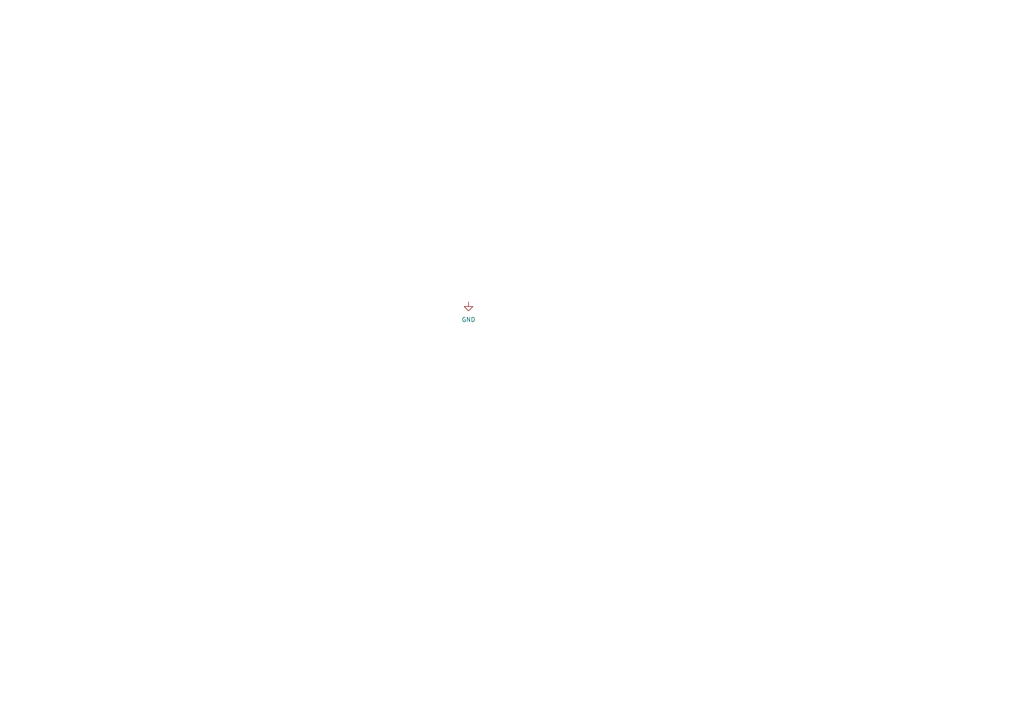
<source format=kicad_sch>
(kicad_sch (version 20250114) (generator "eeschema") (generator_version "9.0")
  (paper "A4")
  (lib_symbols
    (symbol "power:GND" (power) (pin_numbers (hide yes)) (pin_names (offset 0) (hide yes))
      (property "Value" "GND" (at 0 -3.81 0))
      (symbol "GND_0_1"
        (polyline (pts (xy 0 0) (xy 0 -1.27) (xy 1.27 -1.27) (xy 0 -2.54) (xy -1.27 -1.27) (xy 0 -1.27)))
      )
      (symbol "GND_1_1"
        (pin power_in line (at 0 0 270) (length 0) (name "~") (number "1"))
      )
    )
  )
  (symbol (lib_id "power:GND") (at 135.89 87.63 0) (unit 1)
    (property "Reference" "#PWR01" (effects (hide yes)))
    (property "Value" "GND" (at 135.89 92.71 0))
    (property "Description" "Power symbol creates a global label with name \"GND\" , ground" (effects (hide yes)))
  )
)
</source>
